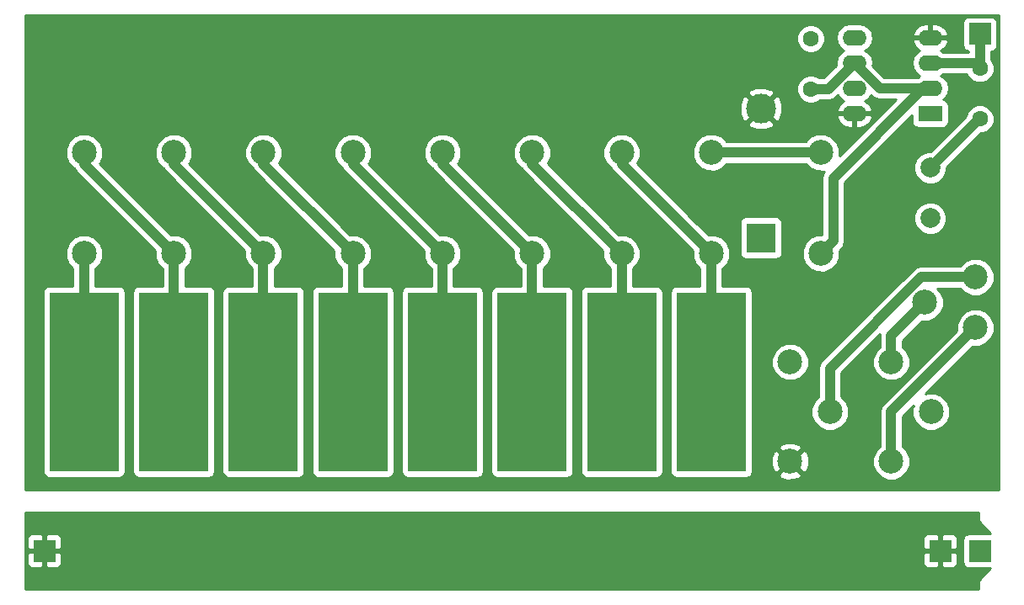
<source format=gtl>
G04 #@! TF.FileFunction,Copper,L1,Top,Signal*
%FSLAX46Y46*%
G04 Gerber Fmt 4.6, Leading zero omitted, Abs format (unit mm)*
G04 Created by KiCad (PCBNEW 4.0.1-stable) date 2017/05/09 19:12:36*
%MOMM*%
G01*
G04 APERTURE LIST*
%ADD10C,0.100000*%
%ADD11C,3.000000*%
%ADD12R,3.000000X3.000000*%
%ADD13C,1.600000*%
%ADD14R,2.200000X2.200000*%
%ADD15R,7.000000X18.000000*%
%ADD16C,2.500000*%
%ADD17C,2.000000*%
%ADD18R,2.400000X1.600000*%
%ADD19O,2.400000X1.600000*%
%ADD20C,1.000000*%
%ADD21C,0.254000*%
G04 APERTURE END LIST*
D10*
D11*
X178000000Y-76500000D03*
D12*
X178000000Y-89500000D03*
D13*
X183000000Y-74540000D03*
X183000000Y-69460000D03*
X200000000Y-72460000D03*
X200000000Y-77540000D03*
D14*
X200000000Y-69000000D03*
X196000000Y-121000000D03*
X106000000Y-121000000D03*
D15*
X173000000Y-104000000D03*
X164000000Y-104000000D03*
X155000000Y-104000000D03*
X146000000Y-104000000D03*
X137000000Y-104000000D03*
X128000000Y-104000000D03*
X119000000Y-104000000D03*
X110000000Y-104000000D03*
D16*
X180920000Y-112000000D03*
X191080000Y-112000000D03*
X184920000Y-107000000D03*
X195080000Y-107000000D03*
X180920000Y-102000000D03*
X191080000Y-102000000D03*
X194460000Y-96000000D03*
X199540000Y-93460000D03*
X199540000Y-98540000D03*
D17*
X195000000Y-82460000D03*
X195000000Y-87540000D03*
D18*
X195000000Y-77000000D03*
D19*
X187380000Y-69380000D03*
X195000000Y-74460000D03*
X187380000Y-71920000D03*
X195000000Y-71920000D03*
X187380000Y-74460000D03*
X195000000Y-69380000D03*
X187380000Y-77000000D03*
D16*
X173000000Y-91080000D03*
X173000000Y-80920000D03*
X184000000Y-80920000D03*
X184000000Y-91080000D03*
X164000000Y-80920000D03*
X164000000Y-91080000D03*
X155000000Y-80920000D03*
X155000000Y-91080000D03*
X146000000Y-80920000D03*
X146000000Y-91080000D03*
X137000000Y-80920000D03*
X137000000Y-91080000D03*
X128000000Y-80920000D03*
X128000000Y-91080000D03*
X119000000Y-80920000D03*
X119000000Y-91080000D03*
X110000000Y-80920000D03*
X110000000Y-91080000D03*
D14*
X200000000Y-121000000D03*
D20*
X189920000Y-74460000D02*
X187380000Y-71920000D01*
X195000000Y-74460000D02*
X189920000Y-74460000D01*
X184000000Y-91080000D02*
X185249999Y-89830001D01*
X185249999Y-89830001D02*
X185249999Y-83489999D01*
X185249999Y-83489999D02*
X194279998Y-74460000D01*
X194279998Y-74460000D02*
X195000000Y-74460000D01*
X183000000Y-74540000D02*
X184760000Y-74540000D01*
X184760000Y-74540000D02*
X187380000Y-71920000D01*
X200000000Y-69000000D02*
X200000000Y-72460000D01*
X195000000Y-71920000D02*
X199460000Y-71920000D01*
X199460000Y-71920000D02*
X200000000Y-72460000D01*
X200000000Y-77540000D02*
X199920000Y-77540000D01*
X199920000Y-77540000D02*
X195000000Y-82460000D01*
X164000000Y-80920000D02*
X164000000Y-82080000D01*
X164000000Y-82080000D02*
X173000000Y-91080000D01*
X173000000Y-91080000D02*
X173000000Y-104000000D01*
X155000000Y-80920000D02*
X155000000Y-82080000D01*
X155000000Y-82080000D02*
X164000000Y-91080000D01*
X164000000Y-91080000D02*
X164000000Y-104000000D01*
X146000000Y-80920000D02*
X146000000Y-82080000D01*
X146000000Y-82080000D02*
X155000000Y-91080000D01*
X155000000Y-91080000D02*
X155000000Y-104000000D01*
X137000000Y-80920000D02*
X137000000Y-82080000D01*
X137000000Y-82080000D02*
X146000000Y-91080000D01*
X146000000Y-91080000D02*
X146000000Y-104000000D01*
X128000000Y-80920000D02*
X128000000Y-82080000D01*
X128000000Y-82080000D02*
X137000000Y-91080000D01*
X137000000Y-91080000D02*
X137000000Y-104000000D01*
X119000000Y-80920000D02*
X119000000Y-82080000D01*
X119000000Y-82080000D02*
X128000000Y-91080000D01*
X128000000Y-91080000D02*
X128000000Y-104000000D01*
X110000000Y-80920000D02*
X110000000Y-82080000D01*
X110000000Y-82080000D02*
X119000000Y-91080000D01*
X119000000Y-91080000D02*
X119000000Y-104000000D01*
X110000000Y-104000000D02*
X110000000Y-91080000D01*
X191080000Y-112000000D02*
X191080000Y-107000000D01*
X191080000Y-107000000D02*
X199540000Y-98540000D01*
X184920000Y-107000000D02*
X184920000Y-102653998D01*
X184920000Y-102653998D02*
X194113998Y-93460000D01*
X194113998Y-93460000D02*
X197772234Y-93460000D01*
X197772234Y-93460000D02*
X199540000Y-93460000D01*
X191080000Y-102000000D02*
X191080000Y-99380000D01*
X191080000Y-99380000D02*
X194460000Y-96000000D01*
X173000000Y-80920000D02*
X184000000Y-80920000D01*
D21*
G36*
X199873000Y-118000000D02*
X199883006Y-118049410D01*
X199910197Y-118089803D01*
X201072954Y-119252560D01*
X198900000Y-119252560D01*
X198664683Y-119296838D01*
X198448559Y-119435910D01*
X198303569Y-119648110D01*
X198252560Y-119900000D01*
X198252560Y-122100000D01*
X198296838Y-122335317D01*
X198435910Y-122551441D01*
X198648110Y-122696431D01*
X198900000Y-122747440D01*
X201072954Y-122747440D01*
X199910197Y-123910197D01*
X199882334Y-123952211D01*
X199873000Y-124000000D01*
X199873000Y-124873000D01*
X104127000Y-124873000D01*
X104127000Y-121285750D01*
X104265000Y-121285750D01*
X104265000Y-122226310D01*
X104361673Y-122459699D01*
X104540302Y-122638327D01*
X104773691Y-122735000D01*
X105714250Y-122735000D01*
X105873000Y-122576250D01*
X105873000Y-121127000D01*
X106127000Y-121127000D01*
X106127000Y-122576250D01*
X106285750Y-122735000D01*
X107226309Y-122735000D01*
X107459698Y-122638327D01*
X107638327Y-122459699D01*
X107735000Y-122226310D01*
X107735000Y-121285750D01*
X194265000Y-121285750D01*
X194265000Y-122226310D01*
X194361673Y-122459699D01*
X194540302Y-122638327D01*
X194773691Y-122735000D01*
X195714250Y-122735000D01*
X195873000Y-122576250D01*
X195873000Y-121127000D01*
X196127000Y-121127000D01*
X196127000Y-122576250D01*
X196285750Y-122735000D01*
X197226309Y-122735000D01*
X197459698Y-122638327D01*
X197638327Y-122459699D01*
X197735000Y-122226310D01*
X197735000Y-121285750D01*
X197576250Y-121127000D01*
X196127000Y-121127000D01*
X195873000Y-121127000D01*
X194423750Y-121127000D01*
X194265000Y-121285750D01*
X107735000Y-121285750D01*
X107576250Y-121127000D01*
X106127000Y-121127000D01*
X105873000Y-121127000D01*
X104423750Y-121127000D01*
X104265000Y-121285750D01*
X104127000Y-121285750D01*
X104127000Y-119773690D01*
X104265000Y-119773690D01*
X104265000Y-120714250D01*
X104423750Y-120873000D01*
X105873000Y-120873000D01*
X105873000Y-119423750D01*
X106127000Y-119423750D01*
X106127000Y-120873000D01*
X107576250Y-120873000D01*
X107735000Y-120714250D01*
X107735000Y-119773690D01*
X194265000Y-119773690D01*
X194265000Y-120714250D01*
X194423750Y-120873000D01*
X195873000Y-120873000D01*
X195873000Y-119423750D01*
X196127000Y-119423750D01*
X196127000Y-120873000D01*
X197576250Y-120873000D01*
X197735000Y-120714250D01*
X197735000Y-119773690D01*
X197638327Y-119540301D01*
X197459698Y-119361673D01*
X197226309Y-119265000D01*
X196285750Y-119265000D01*
X196127000Y-119423750D01*
X195873000Y-119423750D01*
X195714250Y-119265000D01*
X194773691Y-119265000D01*
X194540302Y-119361673D01*
X194361673Y-119540301D01*
X194265000Y-119773690D01*
X107735000Y-119773690D01*
X107638327Y-119540301D01*
X107459698Y-119361673D01*
X107226309Y-119265000D01*
X106285750Y-119265000D01*
X106127000Y-119423750D01*
X105873000Y-119423750D01*
X105714250Y-119265000D01*
X104773691Y-119265000D01*
X104540302Y-119361673D01*
X104361673Y-119540301D01*
X104265000Y-119773690D01*
X104127000Y-119773690D01*
X104127000Y-117127000D01*
X199873000Y-117127000D01*
X199873000Y-118000000D01*
X199873000Y-118000000D01*
G37*
X199873000Y-118000000D02*
X199883006Y-118049410D01*
X199910197Y-118089803D01*
X201072954Y-119252560D01*
X198900000Y-119252560D01*
X198664683Y-119296838D01*
X198448559Y-119435910D01*
X198303569Y-119648110D01*
X198252560Y-119900000D01*
X198252560Y-122100000D01*
X198296838Y-122335317D01*
X198435910Y-122551441D01*
X198648110Y-122696431D01*
X198900000Y-122747440D01*
X201072954Y-122747440D01*
X199910197Y-123910197D01*
X199882334Y-123952211D01*
X199873000Y-124000000D01*
X199873000Y-124873000D01*
X104127000Y-124873000D01*
X104127000Y-121285750D01*
X104265000Y-121285750D01*
X104265000Y-122226310D01*
X104361673Y-122459699D01*
X104540302Y-122638327D01*
X104773691Y-122735000D01*
X105714250Y-122735000D01*
X105873000Y-122576250D01*
X105873000Y-121127000D01*
X106127000Y-121127000D01*
X106127000Y-122576250D01*
X106285750Y-122735000D01*
X107226309Y-122735000D01*
X107459698Y-122638327D01*
X107638327Y-122459699D01*
X107735000Y-122226310D01*
X107735000Y-121285750D01*
X194265000Y-121285750D01*
X194265000Y-122226310D01*
X194361673Y-122459699D01*
X194540302Y-122638327D01*
X194773691Y-122735000D01*
X195714250Y-122735000D01*
X195873000Y-122576250D01*
X195873000Y-121127000D01*
X196127000Y-121127000D01*
X196127000Y-122576250D01*
X196285750Y-122735000D01*
X197226309Y-122735000D01*
X197459698Y-122638327D01*
X197638327Y-122459699D01*
X197735000Y-122226310D01*
X197735000Y-121285750D01*
X197576250Y-121127000D01*
X196127000Y-121127000D01*
X195873000Y-121127000D01*
X194423750Y-121127000D01*
X194265000Y-121285750D01*
X107735000Y-121285750D01*
X107576250Y-121127000D01*
X106127000Y-121127000D01*
X105873000Y-121127000D01*
X104423750Y-121127000D01*
X104265000Y-121285750D01*
X104127000Y-121285750D01*
X104127000Y-119773690D01*
X104265000Y-119773690D01*
X104265000Y-120714250D01*
X104423750Y-120873000D01*
X105873000Y-120873000D01*
X105873000Y-119423750D01*
X106127000Y-119423750D01*
X106127000Y-120873000D01*
X107576250Y-120873000D01*
X107735000Y-120714250D01*
X107735000Y-119773690D01*
X194265000Y-119773690D01*
X194265000Y-120714250D01*
X194423750Y-120873000D01*
X195873000Y-120873000D01*
X195873000Y-119423750D01*
X196127000Y-119423750D01*
X196127000Y-120873000D01*
X197576250Y-120873000D01*
X197735000Y-120714250D01*
X197735000Y-119773690D01*
X197638327Y-119540301D01*
X197459698Y-119361673D01*
X197226309Y-119265000D01*
X196285750Y-119265000D01*
X196127000Y-119423750D01*
X195873000Y-119423750D01*
X195714250Y-119265000D01*
X194773691Y-119265000D01*
X194540302Y-119361673D01*
X194361673Y-119540301D01*
X194265000Y-119773690D01*
X107735000Y-119773690D01*
X107638327Y-119540301D01*
X107459698Y-119361673D01*
X107226309Y-119265000D01*
X106285750Y-119265000D01*
X106127000Y-119423750D01*
X105873000Y-119423750D01*
X105714250Y-119265000D01*
X104773691Y-119265000D01*
X104540302Y-119361673D01*
X104361673Y-119540301D01*
X104265000Y-119773690D01*
X104127000Y-119773690D01*
X104127000Y-117127000D01*
X199873000Y-117127000D01*
X199873000Y-118000000D01*
G36*
X201873000Y-114873000D02*
X104127000Y-114873000D01*
X104127000Y-95000000D01*
X105852560Y-95000000D01*
X105852560Y-113000000D01*
X105896838Y-113235317D01*
X106035910Y-113451441D01*
X106248110Y-113596431D01*
X106500000Y-113647440D01*
X113500000Y-113647440D01*
X113735317Y-113603162D01*
X113951441Y-113464090D01*
X114096431Y-113251890D01*
X114147440Y-113000000D01*
X114147440Y-95000000D01*
X114103162Y-94764683D01*
X113964090Y-94548559D01*
X113751890Y-94403569D01*
X113500000Y-94352560D01*
X111135000Y-94352560D01*
X111135000Y-92610449D01*
X111597093Y-92149161D01*
X111884672Y-91456595D01*
X111885326Y-90706695D01*
X111598957Y-90013628D01*
X111069161Y-89482907D01*
X110376595Y-89195328D01*
X109626695Y-89194674D01*
X108933628Y-89481043D01*
X108402907Y-90010839D01*
X108115328Y-90703405D01*
X108114674Y-91453305D01*
X108401043Y-92146372D01*
X108865000Y-92611139D01*
X108865000Y-94352560D01*
X106500000Y-94352560D01*
X106264683Y-94396838D01*
X106048559Y-94535910D01*
X105903569Y-94748110D01*
X105852560Y-95000000D01*
X104127000Y-95000000D01*
X104127000Y-81293305D01*
X108114674Y-81293305D01*
X108401043Y-81986372D01*
X108930839Y-82517093D01*
X108961831Y-82529962D01*
X109131437Y-82783795D01*
X109197434Y-82882566D01*
X117115243Y-90800375D01*
X117114674Y-91453305D01*
X117401043Y-92146372D01*
X117865000Y-92611139D01*
X117865000Y-94352560D01*
X115500000Y-94352560D01*
X115264683Y-94396838D01*
X115048559Y-94535910D01*
X114903569Y-94748110D01*
X114852560Y-95000000D01*
X114852560Y-113000000D01*
X114896838Y-113235317D01*
X115035910Y-113451441D01*
X115248110Y-113596431D01*
X115500000Y-113647440D01*
X122500000Y-113647440D01*
X122735317Y-113603162D01*
X122951441Y-113464090D01*
X123096431Y-113251890D01*
X123147440Y-113000000D01*
X123147440Y-95000000D01*
X123103162Y-94764683D01*
X122964090Y-94548559D01*
X122751890Y-94403569D01*
X122500000Y-94352560D01*
X120135000Y-94352560D01*
X120135000Y-92610449D01*
X120597093Y-92149161D01*
X120884672Y-91456595D01*
X120885326Y-90706695D01*
X120598957Y-90013628D01*
X120069161Y-89482907D01*
X119376595Y-89195328D01*
X118719887Y-89194755D01*
X111555657Y-82030525D01*
X111597093Y-81989161D01*
X111884672Y-81296595D01*
X111884674Y-81293305D01*
X117114674Y-81293305D01*
X117401043Y-81986372D01*
X117930839Y-82517093D01*
X117961831Y-82529962D01*
X118131437Y-82783795D01*
X118197434Y-82882566D01*
X126115243Y-90800375D01*
X126114674Y-91453305D01*
X126401043Y-92146372D01*
X126865000Y-92611139D01*
X126865000Y-94352560D01*
X124500000Y-94352560D01*
X124264683Y-94396838D01*
X124048559Y-94535910D01*
X123903569Y-94748110D01*
X123852560Y-95000000D01*
X123852560Y-113000000D01*
X123896838Y-113235317D01*
X124035910Y-113451441D01*
X124248110Y-113596431D01*
X124500000Y-113647440D01*
X131500000Y-113647440D01*
X131735317Y-113603162D01*
X131951441Y-113464090D01*
X132096431Y-113251890D01*
X132147440Y-113000000D01*
X132147440Y-95000000D01*
X132103162Y-94764683D01*
X131964090Y-94548559D01*
X131751890Y-94403569D01*
X131500000Y-94352560D01*
X129135000Y-94352560D01*
X129135000Y-92610449D01*
X129597093Y-92149161D01*
X129884672Y-91456595D01*
X129885326Y-90706695D01*
X129598957Y-90013628D01*
X129069161Y-89482907D01*
X128376595Y-89195328D01*
X127719887Y-89194755D01*
X120555657Y-82030525D01*
X120597093Y-81989161D01*
X120884672Y-81296595D01*
X120884674Y-81293305D01*
X126114674Y-81293305D01*
X126401043Y-81986372D01*
X126930839Y-82517093D01*
X126961831Y-82529962D01*
X127131437Y-82783795D01*
X127197434Y-82882566D01*
X135115243Y-90800375D01*
X135114674Y-91453305D01*
X135401043Y-92146372D01*
X135865000Y-92611139D01*
X135865000Y-94352560D01*
X133500000Y-94352560D01*
X133264683Y-94396838D01*
X133048559Y-94535910D01*
X132903569Y-94748110D01*
X132852560Y-95000000D01*
X132852560Y-113000000D01*
X132896838Y-113235317D01*
X133035910Y-113451441D01*
X133248110Y-113596431D01*
X133500000Y-113647440D01*
X140500000Y-113647440D01*
X140735317Y-113603162D01*
X140951441Y-113464090D01*
X141096431Y-113251890D01*
X141147440Y-113000000D01*
X141147440Y-95000000D01*
X141103162Y-94764683D01*
X140964090Y-94548559D01*
X140751890Y-94403569D01*
X140500000Y-94352560D01*
X138135000Y-94352560D01*
X138135000Y-92610449D01*
X138597093Y-92149161D01*
X138884672Y-91456595D01*
X138885326Y-90706695D01*
X138598957Y-90013628D01*
X138069161Y-89482907D01*
X137376595Y-89195328D01*
X136719887Y-89194755D01*
X129555657Y-82030525D01*
X129597093Y-81989161D01*
X129884672Y-81296595D01*
X129884674Y-81293305D01*
X135114674Y-81293305D01*
X135401043Y-81986372D01*
X135930839Y-82517093D01*
X135961831Y-82529962D01*
X136131437Y-82783795D01*
X136197434Y-82882566D01*
X144115243Y-90800375D01*
X144114674Y-91453305D01*
X144401043Y-92146372D01*
X144865000Y-92611139D01*
X144865000Y-94352560D01*
X142500000Y-94352560D01*
X142264683Y-94396838D01*
X142048559Y-94535910D01*
X141903569Y-94748110D01*
X141852560Y-95000000D01*
X141852560Y-113000000D01*
X141896838Y-113235317D01*
X142035910Y-113451441D01*
X142248110Y-113596431D01*
X142500000Y-113647440D01*
X149500000Y-113647440D01*
X149735317Y-113603162D01*
X149951441Y-113464090D01*
X150096431Y-113251890D01*
X150147440Y-113000000D01*
X150147440Y-95000000D01*
X150103162Y-94764683D01*
X149964090Y-94548559D01*
X149751890Y-94403569D01*
X149500000Y-94352560D01*
X147135000Y-94352560D01*
X147135000Y-92610449D01*
X147597093Y-92149161D01*
X147884672Y-91456595D01*
X147885326Y-90706695D01*
X147598957Y-90013628D01*
X147069161Y-89482907D01*
X146376595Y-89195328D01*
X145719887Y-89194755D01*
X138555657Y-82030525D01*
X138597093Y-81989161D01*
X138884672Y-81296595D01*
X138884674Y-81293305D01*
X144114674Y-81293305D01*
X144401043Y-81986372D01*
X144930839Y-82517093D01*
X144961831Y-82529962D01*
X145131437Y-82783795D01*
X145197434Y-82882566D01*
X153115243Y-90800375D01*
X153114674Y-91453305D01*
X153401043Y-92146372D01*
X153865000Y-92611139D01*
X153865000Y-94352560D01*
X151500000Y-94352560D01*
X151264683Y-94396838D01*
X151048559Y-94535910D01*
X150903569Y-94748110D01*
X150852560Y-95000000D01*
X150852560Y-113000000D01*
X150896838Y-113235317D01*
X151035910Y-113451441D01*
X151248110Y-113596431D01*
X151500000Y-113647440D01*
X158500000Y-113647440D01*
X158735317Y-113603162D01*
X158951441Y-113464090D01*
X159096431Y-113251890D01*
X159147440Y-113000000D01*
X159147440Y-95000000D01*
X159103162Y-94764683D01*
X158964090Y-94548559D01*
X158751890Y-94403569D01*
X158500000Y-94352560D01*
X156135000Y-94352560D01*
X156135000Y-92610449D01*
X156597093Y-92149161D01*
X156884672Y-91456595D01*
X156885326Y-90706695D01*
X156598957Y-90013628D01*
X156069161Y-89482907D01*
X155376595Y-89195328D01*
X154719887Y-89194755D01*
X147555657Y-82030525D01*
X147597093Y-81989161D01*
X147884672Y-81296595D01*
X147884674Y-81293305D01*
X153114674Y-81293305D01*
X153401043Y-81986372D01*
X153930839Y-82517093D01*
X153961831Y-82529962D01*
X154131437Y-82783795D01*
X154197434Y-82882566D01*
X162115243Y-90800375D01*
X162114674Y-91453305D01*
X162401043Y-92146372D01*
X162865000Y-92611139D01*
X162865000Y-94352560D01*
X160500000Y-94352560D01*
X160264683Y-94396838D01*
X160048559Y-94535910D01*
X159903569Y-94748110D01*
X159852560Y-95000000D01*
X159852560Y-113000000D01*
X159896838Y-113235317D01*
X160035910Y-113451441D01*
X160248110Y-113596431D01*
X160500000Y-113647440D01*
X167500000Y-113647440D01*
X167735317Y-113603162D01*
X167951441Y-113464090D01*
X168096431Y-113251890D01*
X168147440Y-113000000D01*
X168147440Y-95000000D01*
X168103162Y-94764683D01*
X167964090Y-94548559D01*
X167751890Y-94403569D01*
X167500000Y-94352560D01*
X165135000Y-94352560D01*
X165135000Y-92610449D01*
X165597093Y-92149161D01*
X165884672Y-91456595D01*
X165885326Y-90706695D01*
X165598957Y-90013628D01*
X165069161Y-89482907D01*
X164376595Y-89195328D01*
X163719887Y-89194755D01*
X156555657Y-82030525D01*
X156597093Y-81989161D01*
X156884672Y-81296595D01*
X156884674Y-81293305D01*
X162114674Y-81293305D01*
X162401043Y-81986372D01*
X162930839Y-82517093D01*
X162961831Y-82529962D01*
X163131437Y-82783795D01*
X163197434Y-82882566D01*
X171115243Y-90800375D01*
X171114674Y-91453305D01*
X171401043Y-92146372D01*
X171865000Y-92611139D01*
X171865000Y-94352560D01*
X169500000Y-94352560D01*
X169264683Y-94396838D01*
X169048559Y-94535910D01*
X168903569Y-94748110D01*
X168852560Y-95000000D01*
X168852560Y-113000000D01*
X168896838Y-113235317D01*
X169035910Y-113451441D01*
X169248110Y-113596431D01*
X169500000Y-113647440D01*
X176500000Y-113647440D01*
X176735317Y-113603162D01*
X176951441Y-113464090D01*
X177040792Y-113333320D01*
X179766285Y-113333320D01*
X179895533Y-113626123D01*
X180595806Y-113894388D01*
X181345435Y-113874250D01*
X181944467Y-113626123D01*
X182073715Y-113333320D01*
X180920000Y-112179605D01*
X179766285Y-113333320D01*
X177040792Y-113333320D01*
X177096431Y-113251890D01*
X177147440Y-113000000D01*
X177147440Y-111675806D01*
X179025612Y-111675806D01*
X179045750Y-112425435D01*
X179293877Y-113024467D01*
X179586680Y-113153715D01*
X180740395Y-112000000D01*
X181099605Y-112000000D01*
X182253320Y-113153715D01*
X182546123Y-113024467D01*
X182795574Y-112373305D01*
X189194674Y-112373305D01*
X189481043Y-113066372D01*
X190010839Y-113597093D01*
X190703405Y-113884672D01*
X191453305Y-113885326D01*
X192146372Y-113598957D01*
X192677093Y-113069161D01*
X192964672Y-112376595D01*
X192965326Y-111626695D01*
X192678957Y-110933628D01*
X192215000Y-110468861D01*
X192215000Y-107470132D01*
X193290197Y-106394935D01*
X193195328Y-106623405D01*
X193194674Y-107373305D01*
X193481043Y-108066372D01*
X194010839Y-108597093D01*
X194703405Y-108884672D01*
X195453305Y-108885326D01*
X196146372Y-108598957D01*
X196677093Y-108069161D01*
X196964672Y-107376595D01*
X196965326Y-106626695D01*
X196678957Y-105933628D01*
X196149161Y-105402907D01*
X195456595Y-105115328D01*
X194706695Y-105114674D01*
X194474529Y-105210603D01*
X199260375Y-100424757D01*
X199913305Y-100425326D01*
X200606372Y-100138957D01*
X201137093Y-99609161D01*
X201424672Y-98916595D01*
X201425326Y-98166695D01*
X201138957Y-97473628D01*
X200609161Y-96942907D01*
X199916595Y-96655328D01*
X199166695Y-96654674D01*
X198473628Y-96941043D01*
X197942907Y-97470839D01*
X197655328Y-98163405D01*
X197654755Y-98820113D01*
X190277434Y-106197434D01*
X190031397Y-106565654D01*
X189945000Y-107000000D01*
X189945000Y-110469551D01*
X189482907Y-110930839D01*
X189195328Y-111623405D01*
X189194674Y-112373305D01*
X182795574Y-112373305D01*
X182814388Y-112324194D01*
X182794250Y-111574565D01*
X182546123Y-110975533D01*
X182253320Y-110846285D01*
X181099605Y-112000000D01*
X180740395Y-112000000D01*
X179586680Y-110846285D01*
X179293877Y-110975533D01*
X179025612Y-111675806D01*
X177147440Y-111675806D01*
X177147440Y-110666680D01*
X179766285Y-110666680D01*
X180920000Y-111820395D01*
X182073715Y-110666680D01*
X181944467Y-110373877D01*
X181244194Y-110105612D01*
X180494565Y-110125750D01*
X179895533Y-110373877D01*
X179766285Y-110666680D01*
X177147440Y-110666680D01*
X177147440Y-107373305D01*
X183034674Y-107373305D01*
X183321043Y-108066372D01*
X183850839Y-108597093D01*
X184543405Y-108884672D01*
X185293305Y-108885326D01*
X185986372Y-108598957D01*
X186517093Y-108069161D01*
X186804672Y-107376595D01*
X186805326Y-106626695D01*
X186518957Y-105933628D01*
X186055000Y-105468861D01*
X186055000Y-103124130D01*
X189981220Y-99197910D01*
X189945000Y-99380000D01*
X189945000Y-100469551D01*
X189482907Y-100930839D01*
X189195328Y-101623405D01*
X189194674Y-102373305D01*
X189481043Y-103066372D01*
X190010839Y-103597093D01*
X190703405Y-103884672D01*
X191453305Y-103885326D01*
X192146372Y-103598957D01*
X192677093Y-103069161D01*
X192964672Y-102376595D01*
X192965326Y-101626695D01*
X192678957Y-100933628D01*
X192215000Y-100468861D01*
X192215000Y-99850132D01*
X194180375Y-97884757D01*
X194833305Y-97885326D01*
X195526372Y-97598957D01*
X196057093Y-97069161D01*
X196344672Y-96376595D01*
X196345326Y-95626695D01*
X196058957Y-94933628D01*
X195720919Y-94595000D01*
X198009551Y-94595000D01*
X198470839Y-95057093D01*
X199163405Y-95344672D01*
X199913305Y-95345326D01*
X200606372Y-95058957D01*
X201137093Y-94529161D01*
X201424672Y-93836595D01*
X201425326Y-93086695D01*
X201138957Y-92393628D01*
X200609161Y-91862907D01*
X199916595Y-91575328D01*
X199166695Y-91574674D01*
X198473628Y-91861043D01*
X198008861Y-92325000D01*
X194113998Y-92325000D01*
X193679653Y-92411396D01*
X193311432Y-92657434D01*
X184117434Y-101851432D01*
X183871397Y-102219652D01*
X183785000Y-102653998D01*
X183785000Y-105469551D01*
X183322907Y-105930839D01*
X183035328Y-106623405D01*
X183034674Y-107373305D01*
X177147440Y-107373305D01*
X177147440Y-102373305D01*
X179034674Y-102373305D01*
X179321043Y-103066372D01*
X179850839Y-103597093D01*
X180543405Y-103884672D01*
X181293305Y-103885326D01*
X181986372Y-103598957D01*
X182517093Y-103069161D01*
X182804672Y-102376595D01*
X182805326Y-101626695D01*
X182518957Y-100933628D01*
X181989161Y-100402907D01*
X181296595Y-100115328D01*
X180546695Y-100114674D01*
X179853628Y-100401043D01*
X179322907Y-100930839D01*
X179035328Y-101623405D01*
X179034674Y-102373305D01*
X177147440Y-102373305D01*
X177147440Y-95000000D01*
X177103162Y-94764683D01*
X176964090Y-94548559D01*
X176751890Y-94403569D01*
X176500000Y-94352560D01*
X174135000Y-94352560D01*
X174135000Y-92610449D01*
X174597093Y-92149161D01*
X174884672Y-91456595D01*
X174885326Y-90706695D01*
X174598957Y-90013628D01*
X174069161Y-89482907D01*
X173376595Y-89195328D01*
X172719887Y-89194755D01*
X171525132Y-88000000D01*
X175852560Y-88000000D01*
X175852560Y-91000000D01*
X175896838Y-91235317D01*
X176035910Y-91451441D01*
X176248110Y-91596431D01*
X176500000Y-91647440D01*
X179500000Y-91647440D01*
X179735317Y-91603162D01*
X179951441Y-91464090D01*
X180096431Y-91251890D01*
X180147440Y-91000000D01*
X180147440Y-88000000D01*
X180103162Y-87764683D01*
X179964090Y-87548559D01*
X179751890Y-87403569D01*
X179500000Y-87352560D01*
X176500000Y-87352560D01*
X176264683Y-87396838D01*
X176048559Y-87535910D01*
X175903569Y-87748110D01*
X175852560Y-88000000D01*
X171525132Y-88000000D01*
X165555657Y-82030525D01*
X165597093Y-81989161D01*
X165884672Y-81296595D01*
X165884674Y-81293305D01*
X171114674Y-81293305D01*
X171401043Y-81986372D01*
X171930839Y-82517093D01*
X172623405Y-82804672D01*
X173373305Y-82805326D01*
X174066372Y-82518957D01*
X174531139Y-82055000D01*
X182469551Y-82055000D01*
X182930839Y-82517093D01*
X183623405Y-82804672D01*
X184368662Y-82805322D01*
X184201396Y-83055653D01*
X184114999Y-83489999D01*
X184114999Y-89195100D01*
X183626695Y-89194674D01*
X182933628Y-89481043D01*
X182402907Y-90010839D01*
X182115328Y-90703405D01*
X182114674Y-91453305D01*
X182401043Y-92146372D01*
X182930839Y-92677093D01*
X183623405Y-92964672D01*
X184373305Y-92965326D01*
X185066372Y-92678957D01*
X185597093Y-92149161D01*
X185884672Y-91456595D01*
X185885245Y-90799888D01*
X186052566Y-90632567D01*
X186298603Y-90264346D01*
X186384999Y-89830001D01*
X186384999Y-87863795D01*
X193364716Y-87863795D01*
X193613106Y-88464943D01*
X194072637Y-88925278D01*
X194673352Y-89174716D01*
X195323795Y-89175284D01*
X195924943Y-88926894D01*
X196385278Y-88467363D01*
X196634716Y-87866648D01*
X196635284Y-87216205D01*
X196386894Y-86615057D01*
X195927363Y-86154722D01*
X195326648Y-85905284D01*
X194676205Y-85904716D01*
X194075057Y-86153106D01*
X193614722Y-86612637D01*
X193365284Y-87213352D01*
X193364716Y-87863795D01*
X186384999Y-87863795D01*
X186384999Y-83960131D01*
X187561335Y-82783795D01*
X193364716Y-82783795D01*
X193613106Y-83384943D01*
X194072637Y-83845278D01*
X194673352Y-84094716D01*
X195323795Y-84095284D01*
X195924943Y-83846894D01*
X196385278Y-83387363D01*
X196634716Y-82786648D01*
X196635027Y-82430105D01*
X200090053Y-78975079D01*
X200284187Y-78975248D01*
X200811800Y-78757243D01*
X201215824Y-78353923D01*
X201434750Y-77826691D01*
X201435248Y-77255813D01*
X201217243Y-76728200D01*
X200813923Y-76324176D01*
X200286691Y-76105250D01*
X199715813Y-76104752D01*
X199188200Y-76322757D01*
X198784176Y-76726077D01*
X198565250Y-77253309D01*
X198565218Y-77289650D01*
X195029843Y-80825025D01*
X194676205Y-80824716D01*
X194075057Y-81073106D01*
X193614722Y-81532637D01*
X193365284Y-82133352D01*
X193364716Y-82783795D01*
X187561335Y-82783795D01*
X193152560Y-77192570D01*
X193152560Y-77800000D01*
X193196838Y-78035317D01*
X193335910Y-78251441D01*
X193548110Y-78396431D01*
X193800000Y-78447440D01*
X196200000Y-78447440D01*
X196435317Y-78403162D01*
X196651441Y-78264090D01*
X196796431Y-78051890D01*
X196847440Y-77800000D01*
X196847440Y-76200000D01*
X196803162Y-75964683D01*
X196664090Y-75748559D01*
X196451890Y-75603569D01*
X196302926Y-75573403D01*
X196450648Y-75474698D01*
X196761717Y-75009151D01*
X196870950Y-74460000D01*
X196761717Y-73910849D01*
X196450648Y-73445302D01*
X196068562Y-73190000D01*
X196270604Y-73055000D01*
X198693177Y-73055000D01*
X198782757Y-73271800D01*
X199186077Y-73675824D01*
X199713309Y-73894750D01*
X200284187Y-73895248D01*
X200811800Y-73677243D01*
X201215824Y-73273923D01*
X201434750Y-72746691D01*
X201435248Y-72175813D01*
X201217243Y-71648200D01*
X201135000Y-71565813D01*
X201135000Y-70740854D01*
X201335317Y-70703162D01*
X201551441Y-70564090D01*
X201696431Y-70351890D01*
X201747440Y-70100000D01*
X201747440Y-67900000D01*
X201703162Y-67664683D01*
X201564090Y-67448559D01*
X201351890Y-67303569D01*
X201100000Y-67252560D01*
X198900000Y-67252560D01*
X198664683Y-67296838D01*
X198448559Y-67435910D01*
X198303569Y-67648110D01*
X198252560Y-67900000D01*
X198252560Y-70100000D01*
X198296838Y-70335317D01*
X198435910Y-70551441D01*
X198648110Y-70696431D01*
X198865000Y-70740352D01*
X198865000Y-70785000D01*
X196270604Y-70785000D01*
X196072293Y-70652493D01*
X196504500Y-70304896D01*
X196774367Y-69811819D01*
X196791904Y-69729039D01*
X196669915Y-69507000D01*
X195127000Y-69507000D01*
X195127000Y-69527000D01*
X194873000Y-69527000D01*
X194873000Y-69507000D01*
X193330085Y-69507000D01*
X193208096Y-69729039D01*
X193225633Y-69811819D01*
X193495500Y-70304896D01*
X193927707Y-70652493D01*
X193549352Y-70905302D01*
X193238283Y-71370849D01*
X193129050Y-71920000D01*
X193238283Y-72469151D01*
X193549352Y-72934698D01*
X193931438Y-73190000D01*
X193729396Y-73325000D01*
X190390133Y-73325000D01*
X189206848Y-72141716D01*
X189250950Y-71920000D01*
X189141717Y-71370849D01*
X188830648Y-70905302D01*
X188448562Y-70650000D01*
X188830648Y-70394698D01*
X189141717Y-69929151D01*
X189250950Y-69380000D01*
X189181522Y-69030961D01*
X193208096Y-69030961D01*
X193330085Y-69253000D01*
X194873000Y-69253000D01*
X194873000Y-67945000D01*
X195127000Y-67945000D01*
X195127000Y-69253000D01*
X196669915Y-69253000D01*
X196791904Y-69030961D01*
X196774367Y-68948181D01*
X196504500Y-68455104D01*
X196066483Y-68102834D01*
X195527000Y-67945000D01*
X195127000Y-67945000D01*
X194873000Y-67945000D01*
X194473000Y-67945000D01*
X193933517Y-68102834D01*
X193495500Y-68455104D01*
X193225633Y-68948181D01*
X193208096Y-69030961D01*
X189181522Y-69030961D01*
X189141717Y-68830849D01*
X188830648Y-68365302D01*
X188365101Y-68054233D01*
X187815950Y-67945000D01*
X186944050Y-67945000D01*
X186394899Y-68054233D01*
X185929352Y-68365302D01*
X185618283Y-68830849D01*
X185509050Y-69380000D01*
X185618283Y-69929151D01*
X185929352Y-70394698D01*
X186311438Y-70650000D01*
X185929352Y-70905302D01*
X185618283Y-71370849D01*
X185509050Y-71920000D01*
X185553152Y-72141715D01*
X184289868Y-73405000D01*
X183894606Y-73405000D01*
X183813923Y-73324176D01*
X183286691Y-73105250D01*
X182715813Y-73104752D01*
X182188200Y-73322757D01*
X181784176Y-73726077D01*
X181565250Y-74253309D01*
X181564752Y-74824187D01*
X181782757Y-75351800D01*
X182186077Y-75755824D01*
X182713309Y-75974750D01*
X183284187Y-75975248D01*
X183811800Y-75757243D01*
X183894187Y-75675000D01*
X184760000Y-75675000D01*
X185194346Y-75588603D01*
X185562566Y-75342566D01*
X185729513Y-75175619D01*
X185929352Y-75474698D01*
X186307707Y-75727507D01*
X185875500Y-76075104D01*
X185605633Y-76568181D01*
X185588096Y-76650961D01*
X185710085Y-76873000D01*
X187253000Y-76873000D01*
X187253000Y-76853000D01*
X187507000Y-76853000D01*
X187507000Y-76873000D01*
X189049915Y-76873000D01*
X189171904Y-76650961D01*
X189154367Y-76568181D01*
X188884500Y-76075104D01*
X188452293Y-75727507D01*
X188830648Y-75474698D01*
X189030486Y-75175619D01*
X189117433Y-75262566D01*
X189485654Y-75508603D01*
X189920000Y-75595000D01*
X191539866Y-75595000D01*
X185884713Y-81250153D01*
X185885326Y-80546695D01*
X185598957Y-79853628D01*
X185069161Y-79322907D01*
X184376595Y-79035328D01*
X183626695Y-79034674D01*
X182933628Y-79321043D01*
X182468861Y-79785000D01*
X174530449Y-79785000D01*
X174069161Y-79322907D01*
X173376595Y-79035328D01*
X172626695Y-79034674D01*
X171933628Y-79321043D01*
X171402907Y-79850839D01*
X171115328Y-80543405D01*
X171114674Y-81293305D01*
X165884674Y-81293305D01*
X165885326Y-80546695D01*
X165598957Y-79853628D01*
X165069161Y-79322907D01*
X164376595Y-79035328D01*
X163626695Y-79034674D01*
X162933628Y-79321043D01*
X162402907Y-79850839D01*
X162115328Y-80543405D01*
X162114674Y-81293305D01*
X156884674Y-81293305D01*
X156885326Y-80546695D01*
X156598957Y-79853628D01*
X156069161Y-79322907D01*
X155376595Y-79035328D01*
X154626695Y-79034674D01*
X153933628Y-79321043D01*
X153402907Y-79850839D01*
X153115328Y-80543405D01*
X153114674Y-81293305D01*
X147884674Y-81293305D01*
X147885326Y-80546695D01*
X147598957Y-79853628D01*
X147069161Y-79322907D01*
X146376595Y-79035328D01*
X145626695Y-79034674D01*
X144933628Y-79321043D01*
X144402907Y-79850839D01*
X144115328Y-80543405D01*
X144114674Y-81293305D01*
X138884674Y-81293305D01*
X138885326Y-80546695D01*
X138598957Y-79853628D01*
X138069161Y-79322907D01*
X137376595Y-79035328D01*
X136626695Y-79034674D01*
X135933628Y-79321043D01*
X135402907Y-79850839D01*
X135115328Y-80543405D01*
X135114674Y-81293305D01*
X129884674Y-81293305D01*
X129885326Y-80546695D01*
X129598957Y-79853628D01*
X129069161Y-79322907D01*
X128376595Y-79035328D01*
X127626695Y-79034674D01*
X126933628Y-79321043D01*
X126402907Y-79850839D01*
X126115328Y-80543405D01*
X126114674Y-81293305D01*
X120884674Y-81293305D01*
X120885326Y-80546695D01*
X120598957Y-79853628D01*
X120069161Y-79322907D01*
X119376595Y-79035328D01*
X118626695Y-79034674D01*
X117933628Y-79321043D01*
X117402907Y-79850839D01*
X117115328Y-80543405D01*
X117114674Y-81293305D01*
X111884674Y-81293305D01*
X111885326Y-80546695D01*
X111598957Y-79853628D01*
X111069161Y-79322907D01*
X110376595Y-79035328D01*
X109626695Y-79034674D01*
X108933628Y-79321043D01*
X108402907Y-79850839D01*
X108115328Y-80543405D01*
X108114674Y-81293305D01*
X104127000Y-81293305D01*
X104127000Y-78013970D01*
X176665635Y-78013970D01*
X176825418Y-78332739D01*
X177616187Y-78642723D01*
X178465387Y-78626497D01*
X179174582Y-78332739D01*
X179334365Y-78013970D01*
X178000000Y-76679605D01*
X176665635Y-78013970D01*
X104127000Y-78013970D01*
X104127000Y-76116187D01*
X175857277Y-76116187D01*
X175873503Y-76965387D01*
X176167261Y-77674582D01*
X176486030Y-77834365D01*
X177820395Y-76500000D01*
X178179605Y-76500000D01*
X179513970Y-77834365D01*
X179832739Y-77674582D01*
X179960352Y-77349039D01*
X185588096Y-77349039D01*
X185605633Y-77431819D01*
X185875500Y-77924896D01*
X186313517Y-78277166D01*
X186853000Y-78435000D01*
X187253000Y-78435000D01*
X187253000Y-77127000D01*
X187507000Y-77127000D01*
X187507000Y-78435000D01*
X187907000Y-78435000D01*
X188446483Y-78277166D01*
X188884500Y-77924896D01*
X189154367Y-77431819D01*
X189171904Y-77349039D01*
X189049915Y-77127000D01*
X187507000Y-77127000D01*
X187253000Y-77127000D01*
X185710085Y-77127000D01*
X185588096Y-77349039D01*
X179960352Y-77349039D01*
X180142723Y-76883813D01*
X180126497Y-76034613D01*
X179832739Y-75325418D01*
X179513970Y-75165635D01*
X178179605Y-76500000D01*
X177820395Y-76500000D01*
X176486030Y-75165635D01*
X176167261Y-75325418D01*
X175857277Y-76116187D01*
X104127000Y-76116187D01*
X104127000Y-74986030D01*
X176665635Y-74986030D01*
X178000000Y-76320395D01*
X179334365Y-74986030D01*
X179174582Y-74667261D01*
X178383813Y-74357277D01*
X177534613Y-74373503D01*
X176825418Y-74667261D01*
X176665635Y-74986030D01*
X104127000Y-74986030D01*
X104127000Y-69744187D01*
X181564752Y-69744187D01*
X181782757Y-70271800D01*
X182186077Y-70675824D01*
X182713309Y-70894750D01*
X183284187Y-70895248D01*
X183811800Y-70677243D01*
X184215824Y-70273923D01*
X184434750Y-69746691D01*
X184435248Y-69175813D01*
X184217243Y-68648200D01*
X183813923Y-68244176D01*
X183286691Y-68025250D01*
X182715813Y-68024752D01*
X182188200Y-68242757D01*
X181784176Y-68646077D01*
X181565250Y-69173309D01*
X181564752Y-69744187D01*
X104127000Y-69744187D01*
X104127000Y-67127000D01*
X201873000Y-67127000D01*
X201873000Y-114873000D01*
X201873000Y-114873000D01*
G37*
X201873000Y-114873000D02*
X104127000Y-114873000D01*
X104127000Y-95000000D01*
X105852560Y-95000000D01*
X105852560Y-113000000D01*
X105896838Y-113235317D01*
X106035910Y-113451441D01*
X106248110Y-113596431D01*
X106500000Y-113647440D01*
X113500000Y-113647440D01*
X113735317Y-113603162D01*
X113951441Y-113464090D01*
X114096431Y-113251890D01*
X114147440Y-113000000D01*
X114147440Y-95000000D01*
X114103162Y-94764683D01*
X113964090Y-94548559D01*
X113751890Y-94403569D01*
X113500000Y-94352560D01*
X111135000Y-94352560D01*
X111135000Y-92610449D01*
X111597093Y-92149161D01*
X111884672Y-91456595D01*
X111885326Y-90706695D01*
X111598957Y-90013628D01*
X111069161Y-89482907D01*
X110376595Y-89195328D01*
X109626695Y-89194674D01*
X108933628Y-89481043D01*
X108402907Y-90010839D01*
X108115328Y-90703405D01*
X108114674Y-91453305D01*
X108401043Y-92146372D01*
X108865000Y-92611139D01*
X108865000Y-94352560D01*
X106500000Y-94352560D01*
X106264683Y-94396838D01*
X106048559Y-94535910D01*
X105903569Y-94748110D01*
X105852560Y-95000000D01*
X104127000Y-95000000D01*
X104127000Y-81293305D01*
X108114674Y-81293305D01*
X108401043Y-81986372D01*
X108930839Y-82517093D01*
X108961831Y-82529962D01*
X109131437Y-82783795D01*
X109197434Y-82882566D01*
X117115243Y-90800375D01*
X117114674Y-91453305D01*
X117401043Y-92146372D01*
X117865000Y-92611139D01*
X117865000Y-94352560D01*
X115500000Y-94352560D01*
X115264683Y-94396838D01*
X115048559Y-94535910D01*
X114903569Y-94748110D01*
X114852560Y-95000000D01*
X114852560Y-113000000D01*
X114896838Y-113235317D01*
X115035910Y-113451441D01*
X115248110Y-113596431D01*
X115500000Y-113647440D01*
X122500000Y-113647440D01*
X122735317Y-113603162D01*
X122951441Y-113464090D01*
X123096431Y-113251890D01*
X123147440Y-113000000D01*
X123147440Y-95000000D01*
X123103162Y-94764683D01*
X122964090Y-94548559D01*
X122751890Y-94403569D01*
X122500000Y-94352560D01*
X120135000Y-94352560D01*
X120135000Y-92610449D01*
X120597093Y-92149161D01*
X120884672Y-91456595D01*
X120885326Y-90706695D01*
X120598957Y-90013628D01*
X120069161Y-89482907D01*
X119376595Y-89195328D01*
X118719887Y-89194755D01*
X111555657Y-82030525D01*
X111597093Y-81989161D01*
X111884672Y-81296595D01*
X111884674Y-81293305D01*
X117114674Y-81293305D01*
X117401043Y-81986372D01*
X117930839Y-82517093D01*
X117961831Y-82529962D01*
X118131437Y-82783795D01*
X118197434Y-82882566D01*
X126115243Y-90800375D01*
X126114674Y-91453305D01*
X126401043Y-92146372D01*
X126865000Y-92611139D01*
X126865000Y-94352560D01*
X124500000Y-94352560D01*
X124264683Y-94396838D01*
X124048559Y-94535910D01*
X123903569Y-94748110D01*
X123852560Y-95000000D01*
X123852560Y-113000000D01*
X123896838Y-113235317D01*
X124035910Y-113451441D01*
X124248110Y-113596431D01*
X124500000Y-113647440D01*
X131500000Y-113647440D01*
X131735317Y-113603162D01*
X131951441Y-113464090D01*
X132096431Y-113251890D01*
X132147440Y-113000000D01*
X132147440Y-95000000D01*
X132103162Y-94764683D01*
X131964090Y-94548559D01*
X131751890Y-94403569D01*
X131500000Y-94352560D01*
X129135000Y-94352560D01*
X129135000Y-92610449D01*
X129597093Y-92149161D01*
X129884672Y-91456595D01*
X129885326Y-90706695D01*
X129598957Y-90013628D01*
X129069161Y-89482907D01*
X128376595Y-89195328D01*
X127719887Y-89194755D01*
X120555657Y-82030525D01*
X120597093Y-81989161D01*
X120884672Y-81296595D01*
X120884674Y-81293305D01*
X126114674Y-81293305D01*
X126401043Y-81986372D01*
X126930839Y-82517093D01*
X126961831Y-82529962D01*
X127131437Y-82783795D01*
X127197434Y-82882566D01*
X135115243Y-90800375D01*
X135114674Y-91453305D01*
X135401043Y-92146372D01*
X135865000Y-92611139D01*
X135865000Y-94352560D01*
X133500000Y-94352560D01*
X133264683Y-94396838D01*
X133048559Y-94535910D01*
X132903569Y-94748110D01*
X132852560Y-95000000D01*
X132852560Y-113000000D01*
X132896838Y-113235317D01*
X133035910Y-113451441D01*
X133248110Y-113596431D01*
X133500000Y-113647440D01*
X140500000Y-113647440D01*
X140735317Y-113603162D01*
X140951441Y-113464090D01*
X141096431Y-113251890D01*
X141147440Y-113000000D01*
X141147440Y-95000000D01*
X141103162Y-94764683D01*
X140964090Y-94548559D01*
X140751890Y-94403569D01*
X140500000Y-94352560D01*
X138135000Y-94352560D01*
X138135000Y-92610449D01*
X138597093Y-92149161D01*
X138884672Y-91456595D01*
X138885326Y-90706695D01*
X138598957Y-90013628D01*
X138069161Y-89482907D01*
X137376595Y-89195328D01*
X136719887Y-89194755D01*
X129555657Y-82030525D01*
X129597093Y-81989161D01*
X129884672Y-81296595D01*
X129884674Y-81293305D01*
X135114674Y-81293305D01*
X135401043Y-81986372D01*
X135930839Y-82517093D01*
X135961831Y-82529962D01*
X136131437Y-82783795D01*
X136197434Y-82882566D01*
X144115243Y-90800375D01*
X144114674Y-91453305D01*
X144401043Y-92146372D01*
X144865000Y-92611139D01*
X144865000Y-94352560D01*
X142500000Y-94352560D01*
X142264683Y-94396838D01*
X142048559Y-94535910D01*
X141903569Y-94748110D01*
X141852560Y-95000000D01*
X141852560Y-113000000D01*
X141896838Y-113235317D01*
X142035910Y-113451441D01*
X142248110Y-113596431D01*
X142500000Y-113647440D01*
X149500000Y-113647440D01*
X149735317Y-113603162D01*
X149951441Y-113464090D01*
X150096431Y-113251890D01*
X150147440Y-113000000D01*
X150147440Y-95000000D01*
X150103162Y-94764683D01*
X149964090Y-94548559D01*
X149751890Y-94403569D01*
X149500000Y-94352560D01*
X147135000Y-94352560D01*
X147135000Y-92610449D01*
X147597093Y-92149161D01*
X147884672Y-91456595D01*
X147885326Y-90706695D01*
X147598957Y-90013628D01*
X147069161Y-89482907D01*
X146376595Y-89195328D01*
X145719887Y-89194755D01*
X138555657Y-82030525D01*
X138597093Y-81989161D01*
X138884672Y-81296595D01*
X138884674Y-81293305D01*
X144114674Y-81293305D01*
X144401043Y-81986372D01*
X144930839Y-82517093D01*
X144961831Y-82529962D01*
X145131437Y-82783795D01*
X145197434Y-82882566D01*
X153115243Y-90800375D01*
X153114674Y-91453305D01*
X153401043Y-92146372D01*
X153865000Y-92611139D01*
X153865000Y-94352560D01*
X151500000Y-94352560D01*
X151264683Y-94396838D01*
X151048559Y-94535910D01*
X150903569Y-94748110D01*
X150852560Y-95000000D01*
X150852560Y-113000000D01*
X150896838Y-113235317D01*
X151035910Y-113451441D01*
X151248110Y-113596431D01*
X151500000Y-113647440D01*
X158500000Y-113647440D01*
X158735317Y-113603162D01*
X158951441Y-113464090D01*
X159096431Y-113251890D01*
X159147440Y-113000000D01*
X159147440Y-95000000D01*
X159103162Y-94764683D01*
X158964090Y-94548559D01*
X158751890Y-94403569D01*
X158500000Y-94352560D01*
X156135000Y-94352560D01*
X156135000Y-92610449D01*
X156597093Y-92149161D01*
X156884672Y-91456595D01*
X156885326Y-90706695D01*
X156598957Y-90013628D01*
X156069161Y-89482907D01*
X155376595Y-89195328D01*
X154719887Y-89194755D01*
X147555657Y-82030525D01*
X147597093Y-81989161D01*
X147884672Y-81296595D01*
X147884674Y-81293305D01*
X153114674Y-81293305D01*
X153401043Y-81986372D01*
X153930839Y-82517093D01*
X153961831Y-82529962D01*
X154131437Y-82783795D01*
X154197434Y-82882566D01*
X162115243Y-90800375D01*
X162114674Y-91453305D01*
X162401043Y-92146372D01*
X162865000Y-92611139D01*
X162865000Y-94352560D01*
X160500000Y-94352560D01*
X160264683Y-94396838D01*
X160048559Y-94535910D01*
X159903569Y-94748110D01*
X159852560Y-95000000D01*
X159852560Y-113000000D01*
X159896838Y-113235317D01*
X160035910Y-113451441D01*
X160248110Y-113596431D01*
X160500000Y-113647440D01*
X167500000Y-113647440D01*
X167735317Y-113603162D01*
X167951441Y-113464090D01*
X168096431Y-113251890D01*
X168147440Y-113000000D01*
X168147440Y-95000000D01*
X168103162Y-94764683D01*
X167964090Y-94548559D01*
X167751890Y-94403569D01*
X167500000Y-94352560D01*
X165135000Y-94352560D01*
X165135000Y-92610449D01*
X165597093Y-92149161D01*
X165884672Y-91456595D01*
X165885326Y-90706695D01*
X165598957Y-90013628D01*
X165069161Y-89482907D01*
X164376595Y-89195328D01*
X163719887Y-89194755D01*
X156555657Y-82030525D01*
X156597093Y-81989161D01*
X156884672Y-81296595D01*
X156884674Y-81293305D01*
X162114674Y-81293305D01*
X162401043Y-81986372D01*
X162930839Y-82517093D01*
X162961831Y-82529962D01*
X163131437Y-82783795D01*
X163197434Y-82882566D01*
X171115243Y-90800375D01*
X171114674Y-91453305D01*
X171401043Y-92146372D01*
X171865000Y-92611139D01*
X171865000Y-94352560D01*
X169500000Y-94352560D01*
X169264683Y-94396838D01*
X169048559Y-94535910D01*
X168903569Y-94748110D01*
X168852560Y-95000000D01*
X168852560Y-113000000D01*
X168896838Y-113235317D01*
X169035910Y-113451441D01*
X169248110Y-113596431D01*
X169500000Y-113647440D01*
X176500000Y-113647440D01*
X176735317Y-113603162D01*
X176951441Y-113464090D01*
X177040792Y-113333320D01*
X179766285Y-113333320D01*
X179895533Y-113626123D01*
X180595806Y-113894388D01*
X181345435Y-113874250D01*
X181944467Y-113626123D01*
X182073715Y-113333320D01*
X180920000Y-112179605D01*
X179766285Y-113333320D01*
X177040792Y-113333320D01*
X177096431Y-113251890D01*
X177147440Y-113000000D01*
X177147440Y-111675806D01*
X179025612Y-111675806D01*
X179045750Y-112425435D01*
X179293877Y-113024467D01*
X179586680Y-113153715D01*
X180740395Y-112000000D01*
X181099605Y-112000000D01*
X182253320Y-113153715D01*
X182546123Y-113024467D01*
X182795574Y-112373305D01*
X189194674Y-112373305D01*
X189481043Y-113066372D01*
X190010839Y-113597093D01*
X190703405Y-113884672D01*
X191453305Y-113885326D01*
X192146372Y-113598957D01*
X192677093Y-113069161D01*
X192964672Y-112376595D01*
X192965326Y-111626695D01*
X192678957Y-110933628D01*
X192215000Y-110468861D01*
X192215000Y-107470132D01*
X193290197Y-106394935D01*
X193195328Y-106623405D01*
X193194674Y-107373305D01*
X193481043Y-108066372D01*
X194010839Y-108597093D01*
X194703405Y-108884672D01*
X195453305Y-108885326D01*
X196146372Y-108598957D01*
X196677093Y-108069161D01*
X196964672Y-107376595D01*
X196965326Y-106626695D01*
X196678957Y-105933628D01*
X196149161Y-105402907D01*
X195456595Y-105115328D01*
X194706695Y-105114674D01*
X194474529Y-105210603D01*
X199260375Y-100424757D01*
X199913305Y-100425326D01*
X200606372Y-100138957D01*
X201137093Y-99609161D01*
X201424672Y-98916595D01*
X201425326Y-98166695D01*
X201138957Y-97473628D01*
X200609161Y-96942907D01*
X199916595Y-96655328D01*
X199166695Y-96654674D01*
X198473628Y-96941043D01*
X197942907Y-97470839D01*
X197655328Y-98163405D01*
X197654755Y-98820113D01*
X190277434Y-106197434D01*
X190031397Y-106565654D01*
X189945000Y-107000000D01*
X189945000Y-110469551D01*
X189482907Y-110930839D01*
X189195328Y-111623405D01*
X189194674Y-112373305D01*
X182795574Y-112373305D01*
X182814388Y-112324194D01*
X182794250Y-111574565D01*
X182546123Y-110975533D01*
X182253320Y-110846285D01*
X181099605Y-112000000D01*
X180740395Y-112000000D01*
X179586680Y-110846285D01*
X179293877Y-110975533D01*
X179025612Y-111675806D01*
X177147440Y-111675806D01*
X177147440Y-110666680D01*
X179766285Y-110666680D01*
X180920000Y-111820395D01*
X182073715Y-110666680D01*
X181944467Y-110373877D01*
X181244194Y-110105612D01*
X180494565Y-110125750D01*
X179895533Y-110373877D01*
X179766285Y-110666680D01*
X177147440Y-110666680D01*
X177147440Y-107373305D01*
X183034674Y-107373305D01*
X183321043Y-108066372D01*
X183850839Y-108597093D01*
X184543405Y-108884672D01*
X185293305Y-108885326D01*
X185986372Y-108598957D01*
X186517093Y-108069161D01*
X186804672Y-107376595D01*
X186805326Y-106626695D01*
X186518957Y-105933628D01*
X186055000Y-105468861D01*
X186055000Y-103124130D01*
X189981220Y-99197910D01*
X189945000Y-99380000D01*
X189945000Y-100469551D01*
X189482907Y-100930839D01*
X189195328Y-101623405D01*
X189194674Y-102373305D01*
X189481043Y-103066372D01*
X190010839Y-103597093D01*
X190703405Y-103884672D01*
X191453305Y-103885326D01*
X192146372Y-103598957D01*
X192677093Y-103069161D01*
X192964672Y-102376595D01*
X192965326Y-101626695D01*
X192678957Y-100933628D01*
X192215000Y-100468861D01*
X192215000Y-99850132D01*
X194180375Y-97884757D01*
X194833305Y-97885326D01*
X195526372Y-97598957D01*
X196057093Y-97069161D01*
X196344672Y-96376595D01*
X196345326Y-95626695D01*
X196058957Y-94933628D01*
X195720919Y-94595000D01*
X198009551Y-94595000D01*
X198470839Y-95057093D01*
X199163405Y-95344672D01*
X199913305Y-95345326D01*
X200606372Y-95058957D01*
X201137093Y-94529161D01*
X201424672Y-93836595D01*
X201425326Y-93086695D01*
X201138957Y-92393628D01*
X200609161Y-91862907D01*
X199916595Y-91575328D01*
X199166695Y-91574674D01*
X198473628Y-91861043D01*
X198008861Y-92325000D01*
X194113998Y-92325000D01*
X193679653Y-92411396D01*
X193311432Y-92657434D01*
X184117434Y-101851432D01*
X183871397Y-102219652D01*
X183785000Y-102653998D01*
X183785000Y-105469551D01*
X183322907Y-105930839D01*
X183035328Y-106623405D01*
X183034674Y-107373305D01*
X177147440Y-107373305D01*
X177147440Y-102373305D01*
X179034674Y-102373305D01*
X179321043Y-103066372D01*
X179850839Y-103597093D01*
X180543405Y-103884672D01*
X181293305Y-103885326D01*
X181986372Y-103598957D01*
X182517093Y-103069161D01*
X182804672Y-102376595D01*
X182805326Y-101626695D01*
X182518957Y-100933628D01*
X181989161Y-100402907D01*
X181296595Y-100115328D01*
X180546695Y-100114674D01*
X179853628Y-100401043D01*
X179322907Y-100930839D01*
X179035328Y-101623405D01*
X179034674Y-102373305D01*
X177147440Y-102373305D01*
X177147440Y-95000000D01*
X177103162Y-94764683D01*
X176964090Y-94548559D01*
X176751890Y-94403569D01*
X176500000Y-94352560D01*
X174135000Y-94352560D01*
X174135000Y-92610449D01*
X174597093Y-92149161D01*
X174884672Y-91456595D01*
X174885326Y-90706695D01*
X174598957Y-90013628D01*
X174069161Y-89482907D01*
X173376595Y-89195328D01*
X172719887Y-89194755D01*
X171525132Y-88000000D01*
X175852560Y-88000000D01*
X175852560Y-91000000D01*
X175896838Y-91235317D01*
X176035910Y-91451441D01*
X176248110Y-91596431D01*
X176500000Y-91647440D01*
X179500000Y-91647440D01*
X179735317Y-91603162D01*
X179951441Y-91464090D01*
X180096431Y-91251890D01*
X180147440Y-91000000D01*
X180147440Y-88000000D01*
X180103162Y-87764683D01*
X179964090Y-87548559D01*
X179751890Y-87403569D01*
X179500000Y-87352560D01*
X176500000Y-87352560D01*
X176264683Y-87396838D01*
X176048559Y-87535910D01*
X175903569Y-87748110D01*
X175852560Y-88000000D01*
X171525132Y-88000000D01*
X165555657Y-82030525D01*
X165597093Y-81989161D01*
X165884672Y-81296595D01*
X165884674Y-81293305D01*
X171114674Y-81293305D01*
X171401043Y-81986372D01*
X171930839Y-82517093D01*
X172623405Y-82804672D01*
X173373305Y-82805326D01*
X174066372Y-82518957D01*
X174531139Y-82055000D01*
X182469551Y-82055000D01*
X182930839Y-82517093D01*
X183623405Y-82804672D01*
X184368662Y-82805322D01*
X184201396Y-83055653D01*
X184114999Y-83489999D01*
X184114999Y-89195100D01*
X183626695Y-89194674D01*
X182933628Y-89481043D01*
X182402907Y-90010839D01*
X182115328Y-90703405D01*
X182114674Y-91453305D01*
X182401043Y-92146372D01*
X182930839Y-92677093D01*
X183623405Y-92964672D01*
X184373305Y-92965326D01*
X185066372Y-92678957D01*
X185597093Y-92149161D01*
X185884672Y-91456595D01*
X185885245Y-90799888D01*
X186052566Y-90632567D01*
X186298603Y-90264346D01*
X186384999Y-89830001D01*
X186384999Y-87863795D01*
X193364716Y-87863795D01*
X193613106Y-88464943D01*
X194072637Y-88925278D01*
X194673352Y-89174716D01*
X195323795Y-89175284D01*
X195924943Y-88926894D01*
X196385278Y-88467363D01*
X196634716Y-87866648D01*
X196635284Y-87216205D01*
X196386894Y-86615057D01*
X195927363Y-86154722D01*
X195326648Y-85905284D01*
X194676205Y-85904716D01*
X194075057Y-86153106D01*
X193614722Y-86612637D01*
X193365284Y-87213352D01*
X193364716Y-87863795D01*
X186384999Y-87863795D01*
X186384999Y-83960131D01*
X187561335Y-82783795D01*
X193364716Y-82783795D01*
X193613106Y-83384943D01*
X194072637Y-83845278D01*
X194673352Y-84094716D01*
X195323795Y-84095284D01*
X195924943Y-83846894D01*
X196385278Y-83387363D01*
X196634716Y-82786648D01*
X196635027Y-82430105D01*
X200090053Y-78975079D01*
X200284187Y-78975248D01*
X200811800Y-78757243D01*
X201215824Y-78353923D01*
X201434750Y-77826691D01*
X201435248Y-77255813D01*
X201217243Y-76728200D01*
X200813923Y-76324176D01*
X200286691Y-76105250D01*
X199715813Y-76104752D01*
X199188200Y-76322757D01*
X198784176Y-76726077D01*
X198565250Y-77253309D01*
X198565218Y-77289650D01*
X195029843Y-80825025D01*
X194676205Y-80824716D01*
X194075057Y-81073106D01*
X193614722Y-81532637D01*
X193365284Y-82133352D01*
X193364716Y-82783795D01*
X187561335Y-82783795D01*
X193152560Y-77192570D01*
X193152560Y-77800000D01*
X193196838Y-78035317D01*
X193335910Y-78251441D01*
X193548110Y-78396431D01*
X193800000Y-78447440D01*
X196200000Y-78447440D01*
X196435317Y-78403162D01*
X196651441Y-78264090D01*
X196796431Y-78051890D01*
X196847440Y-77800000D01*
X196847440Y-76200000D01*
X196803162Y-75964683D01*
X196664090Y-75748559D01*
X196451890Y-75603569D01*
X196302926Y-75573403D01*
X196450648Y-75474698D01*
X196761717Y-75009151D01*
X196870950Y-74460000D01*
X196761717Y-73910849D01*
X196450648Y-73445302D01*
X196068562Y-73190000D01*
X196270604Y-73055000D01*
X198693177Y-73055000D01*
X198782757Y-73271800D01*
X199186077Y-73675824D01*
X199713309Y-73894750D01*
X200284187Y-73895248D01*
X200811800Y-73677243D01*
X201215824Y-73273923D01*
X201434750Y-72746691D01*
X201435248Y-72175813D01*
X201217243Y-71648200D01*
X201135000Y-71565813D01*
X201135000Y-70740854D01*
X201335317Y-70703162D01*
X201551441Y-70564090D01*
X201696431Y-70351890D01*
X201747440Y-70100000D01*
X201747440Y-67900000D01*
X201703162Y-67664683D01*
X201564090Y-67448559D01*
X201351890Y-67303569D01*
X201100000Y-67252560D01*
X198900000Y-67252560D01*
X198664683Y-67296838D01*
X198448559Y-67435910D01*
X198303569Y-67648110D01*
X198252560Y-67900000D01*
X198252560Y-70100000D01*
X198296838Y-70335317D01*
X198435910Y-70551441D01*
X198648110Y-70696431D01*
X198865000Y-70740352D01*
X198865000Y-70785000D01*
X196270604Y-70785000D01*
X196072293Y-70652493D01*
X196504500Y-70304896D01*
X196774367Y-69811819D01*
X196791904Y-69729039D01*
X196669915Y-69507000D01*
X195127000Y-69507000D01*
X195127000Y-69527000D01*
X194873000Y-69527000D01*
X194873000Y-69507000D01*
X193330085Y-69507000D01*
X193208096Y-69729039D01*
X193225633Y-69811819D01*
X193495500Y-70304896D01*
X193927707Y-70652493D01*
X193549352Y-70905302D01*
X193238283Y-71370849D01*
X193129050Y-71920000D01*
X193238283Y-72469151D01*
X193549352Y-72934698D01*
X193931438Y-73190000D01*
X193729396Y-73325000D01*
X190390133Y-73325000D01*
X189206848Y-72141716D01*
X189250950Y-71920000D01*
X189141717Y-71370849D01*
X188830648Y-70905302D01*
X188448562Y-70650000D01*
X188830648Y-70394698D01*
X189141717Y-69929151D01*
X189250950Y-69380000D01*
X189181522Y-69030961D01*
X193208096Y-69030961D01*
X193330085Y-69253000D01*
X194873000Y-69253000D01*
X194873000Y-67945000D01*
X195127000Y-67945000D01*
X195127000Y-69253000D01*
X196669915Y-69253000D01*
X196791904Y-69030961D01*
X196774367Y-68948181D01*
X196504500Y-68455104D01*
X196066483Y-68102834D01*
X195527000Y-67945000D01*
X195127000Y-67945000D01*
X194873000Y-67945000D01*
X194473000Y-67945000D01*
X193933517Y-68102834D01*
X193495500Y-68455104D01*
X193225633Y-68948181D01*
X193208096Y-69030961D01*
X189181522Y-69030961D01*
X189141717Y-68830849D01*
X188830648Y-68365302D01*
X188365101Y-68054233D01*
X187815950Y-67945000D01*
X186944050Y-67945000D01*
X186394899Y-68054233D01*
X185929352Y-68365302D01*
X185618283Y-68830849D01*
X185509050Y-69380000D01*
X185618283Y-69929151D01*
X185929352Y-70394698D01*
X186311438Y-70650000D01*
X185929352Y-70905302D01*
X185618283Y-71370849D01*
X185509050Y-71920000D01*
X185553152Y-72141715D01*
X184289868Y-73405000D01*
X183894606Y-73405000D01*
X183813923Y-73324176D01*
X183286691Y-73105250D01*
X182715813Y-73104752D01*
X182188200Y-73322757D01*
X181784176Y-73726077D01*
X181565250Y-74253309D01*
X181564752Y-74824187D01*
X181782757Y-75351800D01*
X182186077Y-75755824D01*
X182713309Y-75974750D01*
X183284187Y-75975248D01*
X183811800Y-75757243D01*
X183894187Y-75675000D01*
X184760000Y-75675000D01*
X185194346Y-75588603D01*
X185562566Y-75342566D01*
X185729513Y-75175619D01*
X185929352Y-75474698D01*
X186307707Y-75727507D01*
X185875500Y-76075104D01*
X185605633Y-76568181D01*
X185588096Y-76650961D01*
X185710085Y-76873000D01*
X187253000Y-76873000D01*
X187253000Y-76853000D01*
X187507000Y-76853000D01*
X187507000Y-76873000D01*
X189049915Y-76873000D01*
X189171904Y-76650961D01*
X189154367Y-76568181D01*
X188884500Y-76075104D01*
X188452293Y-75727507D01*
X188830648Y-75474698D01*
X189030486Y-75175619D01*
X189117433Y-75262566D01*
X189485654Y-75508603D01*
X189920000Y-75595000D01*
X191539866Y-75595000D01*
X185884713Y-81250153D01*
X185885326Y-80546695D01*
X185598957Y-79853628D01*
X185069161Y-79322907D01*
X184376595Y-79035328D01*
X183626695Y-79034674D01*
X182933628Y-79321043D01*
X182468861Y-79785000D01*
X174530449Y-79785000D01*
X174069161Y-79322907D01*
X173376595Y-79035328D01*
X172626695Y-79034674D01*
X171933628Y-79321043D01*
X171402907Y-79850839D01*
X171115328Y-80543405D01*
X171114674Y-81293305D01*
X165884674Y-81293305D01*
X165885326Y-80546695D01*
X165598957Y-79853628D01*
X165069161Y-79322907D01*
X164376595Y-79035328D01*
X163626695Y-79034674D01*
X162933628Y-79321043D01*
X162402907Y-79850839D01*
X162115328Y-80543405D01*
X162114674Y-81293305D01*
X156884674Y-81293305D01*
X156885326Y-80546695D01*
X156598957Y-79853628D01*
X156069161Y-79322907D01*
X155376595Y-79035328D01*
X154626695Y-79034674D01*
X153933628Y-79321043D01*
X153402907Y-79850839D01*
X153115328Y-80543405D01*
X153114674Y-81293305D01*
X147884674Y-81293305D01*
X147885326Y-80546695D01*
X147598957Y-79853628D01*
X147069161Y-79322907D01*
X146376595Y-79035328D01*
X145626695Y-79034674D01*
X144933628Y-79321043D01*
X144402907Y-79850839D01*
X144115328Y-80543405D01*
X144114674Y-81293305D01*
X138884674Y-81293305D01*
X138885326Y-80546695D01*
X138598957Y-79853628D01*
X138069161Y-79322907D01*
X137376595Y-79035328D01*
X136626695Y-79034674D01*
X135933628Y-79321043D01*
X135402907Y-79850839D01*
X135115328Y-80543405D01*
X135114674Y-81293305D01*
X129884674Y-81293305D01*
X129885326Y-80546695D01*
X129598957Y-79853628D01*
X129069161Y-79322907D01*
X128376595Y-79035328D01*
X127626695Y-79034674D01*
X126933628Y-79321043D01*
X126402907Y-79850839D01*
X126115328Y-80543405D01*
X126114674Y-81293305D01*
X120884674Y-81293305D01*
X120885326Y-80546695D01*
X120598957Y-79853628D01*
X120069161Y-79322907D01*
X119376595Y-79035328D01*
X118626695Y-79034674D01*
X117933628Y-79321043D01*
X117402907Y-79850839D01*
X117115328Y-80543405D01*
X117114674Y-81293305D01*
X111884674Y-81293305D01*
X111885326Y-80546695D01*
X111598957Y-79853628D01*
X111069161Y-79322907D01*
X110376595Y-79035328D01*
X109626695Y-79034674D01*
X108933628Y-79321043D01*
X108402907Y-79850839D01*
X108115328Y-80543405D01*
X108114674Y-81293305D01*
X104127000Y-81293305D01*
X104127000Y-78013970D01*
X176665635Y-78013970D01*
X176825418Y-78332739D01*
X177616187Y-78642723D01*
X178465387Y-78626497D01*
X179174582Y-78332739D01*
X179334365Y-78013970D01*
X178000000Y-76679605D01*
X176665635Y-78013970D01*
X104127000Y-78013970D01*
X104127000Y-76116187D01*
X175857277Y-76116187D01*
X175873503Y-76965387D01*
X176167261Y-77674582D01*
X176486030Y-77834365D01*
X177820395Y-76500000D01*
X178179605Y-76500000D01*
X179513970Y-77834365D01*
X179832739Y-77674582D01*
X179960352Y-77349039D01*
X185588096Y-77349039D01*
X185605633Y-77431819D01*
X185875500Y-77924896D01*
X186313517Y-78277166D01*
X186853000Y-78435000D01*
X187253000Y-78435000D01*
X187253000Y-77127000D01*
X187507000Y-77127000D01*
X187507000Y-78435000D01*
X187907000Y-78435000D01*
X188446483Y-78277166D01*
X188884500Y-77924896D01*
X189154367Y-77431819D01*
X189171904Y-77349039D01*
X189049915Y-77127000D01*
X187507000Y-77127000D01*
X187253000Y-77127000D01*
X185710085Y-77127000D01*
X185588096Y-77349039D01*
X179960352Y-77349039D01*
X180142723Y-76883813D01*
X180126497Y-76034613D01*
X179832739Y-75325418D01*
X179513970Y-75165635D01*
X178179605Y-76500000D01*
X177820395Y-76500000D01*
X176486030Y-75165635D01*
X176167261Y-75325418D01*
X175857277Y-76116187D01*
X104127000Y-76116187D01*
X104127000Y-74986030D01*
X176665635Y-74986030D01*
X178000000Y-76320395D01*
X179334365Y-74986030D01*
X179174582Y-74667261D01*
X178383813Y-74357277D01*
X177534613Y-74373503D01*
X176825418Y-74667261D01*
X176665635Y-74986030D01*
X104127000Y-74986030D01*
X104127000Y-69744187D01*
X181564752Y-69744187D01*
X181782757Y-70271800D01*
X182186077Y-70675824D01*
X182713309Y-70894750D01*
X183284187Y-70895248D01*
X183811800Y-70677243D01*
X184215824Y-70273923D01*
X184434750Y-69746691D01*
X184435248Y-69175813D01*
X184217243Y-68648200D01*
X183813923Y-68244176D01*
X183286691Y-68025250D01*
X182715813Y-68024752D01*
X182188200Y-68242757D01*
X181784176Y-68646077D01*
X181565250Y-69173309D01*
X181564752Y-69744187D01*
X104127000Y-69744187D01*
X104127000Y-67127000D01*
X201873000Y-67127000D01*
X201873000Y-114873000D01*
M02*

</source>
